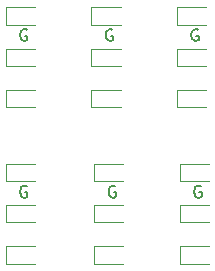
<source format=gbr>
%TF.GenerationSoftware,KiCad,Pcbnew,9.0.0*%
%TF.CreationDate,2025-03-29T16:04:54-07:00*%
%TF.ProjectId,SignalHead3,5369676e-616c-4486-9561-64332e6b6963,n/c*%
%TF.SameCoordinates,Original*%
%TF.FileFunction,Legend,Top*%
%TF.FilePolarity,Positive*%
%FSLAX46Y46*%
G04 Gerber Fmt 4.6, Leading zero omitted, Abs format (unit mm)*
G04 Created by KiCad (PCBNEW 9.0.0) date 2025-03-29 16:04:54*
%MOMM*%
%LPD*%
G01*
G04 APERTURE LIST*
%ADD10C,0.150000*%
%ADD11C,0.120000*%
G04 APERTURE END LIST*
D10*
X144860588Y-124417438D02*
X144765350Y-124369819D01*
X144765350Y-124369819D02*
X144622493Y-124369819D01*
X144622493Y-124369819D02*
X144479636Y-124417438D01*
X144479636Y-124417438D02*
X144384398Y-124512676D01*
X144384398Y-124512676D02*
X144336779Y-124607914D01*
X144336779Y-124607914D02*
X144289160Y-124798390D01*
X144289160Y-124798390D02*
X144289160Y-124941247D01*
X144289160Y-124941247D02*
X144336779Y-125131723D01*
X144336779Y-125131723D02*
X144384398Y-125226961D01*
X144384398Y-125226961D02*
X144479636Y-125322200D01*
X144479636Y-125322200D02*
X144622493Y-125369819D01*
X144622493Y-125369819D02*
X144717731Y-125369819D01*
X144717731Y-125369819D02*
X144860588Y-125322200D01*
X144860588Y-125322200D02*
X144908207Y-125274580D01*
X144908207Y-125274580D02*
X144908207Y-124941247D01*
X144908207Y-124941247D02*
X144717731Y-124941247D01*
X137610588Y-124417438D02*
X137515350Y-124369819D01*
X137515350Y-124369819D02*
X137372493Y-124369819D01*
X137372493Y-124369819D02*
X137229636Y-124417438D01*
X137229636Y-124417438D02*
X137134398Y-124512676D01*
X137134398Y-124512676D02*
X137086779Y-124607914D01*
X137086779Y-124607914D02*
X137039160Y-124798390D01*
X137039160Y-124798390D02*
X137039160Y-124941247D01*
X137039160Y-124941247D02*
X137086779Y-125131723D01*
X137086779Y-125131723D02*
X137134398Y-125226961D01*
X137134398Y-125226961D02*
X137229636Y-125322200D01*
X137229636Y-125322200D02*
X137372493Y-125369819D01*
X137372493Y-125369819D02*
X137467731Y-125369819D01*
X137467731Y-125369819D02*
X137610588Y-125322200D01*
X137610588Y-125322200D02*
X137658207Y-125274580D01*
X137658207Y-125274580D02*
X137658207Y-124941247D01*
X137658207Y-124941247D02*
X137467731Y-124941247D01*
X130110588Y-124417438D02*
X130015350Y-124369819D01*
X130015350Y-124369819D02*
X129872493Y-124369819D01*
X129872493Y-124369819D02*
X129729636Y-124417438D01*
X129729636Y-124417438D02*
X129634398Y-124512676D01*
X129634398Y-124512676D02*
X129586779Y-124607914D01*
X129586779Y-124607914D02*
X129539160Y-124798390D01*
X129539160Y-124798390D02*
X129539160Y-124941247D01*
X129539160Y-124941247D02*
X129586779Y-125131723D01*
X129586779Y-125131723D02*
X129634398Y-125226961D01*
X129634398Y-125226961D02*
X129729636Y-125322200D01*
X129729636Y-125322200D02*
X129872493Y-125369819D01*
X129872493Y-125369819D02*
X129967731Y-125369819D01*
X129967731Y-125369819D02*
X130110588Y-125322200D01*
X130110588Y-125322200D02*
X130158207Y-125274580D01*
X130158207Y-125274580D02*
X130158207Y-124941247D01*
X130158207Y-124941247D02*
X129967731Y-124941247D01*
X144610588Y-111167438D02*
X144515350Y-111119819D01*
X144515350Y-111119819D02*
X144372493Y-111119819D01*
X144372493Y-111119819D02*
X144229636Y-111167438D01*
X144229636Y-111167438D02*
X144134398Y-111262676D01*
X144134398Y-111262676D02*
X144086779Y-111357914D01*
X144086779Y-111357914D02*
X144039160Y-111548390D01*
X144039160Y-111548390D02*
X144039160Y-111691247D01*
X144039160Y-111691247D02*
X144086779Y-111881723D01*
X144086779Y-111881723D02*
X144134398Y-111976961D01*
X144134398Y-111976961D02*
X144229636Y-112072200D01*
X144229636Y-112072200D02*
X144372493Y-112119819D01*
X144372493Y-112119819D02*
X144467731Y-112119819D01*
X144467731Y-112119819D02*
X144610588Y-112072200D01*
X144610588Y-112072200D02*
X144658207Y-112024580D01*
X144658207Y-112024580D02*
X144658207Y-111691247D01*
X144658207Y-111691247D02*
X144467731Y-111691247D01*
X137360588Y-111167438D02*
X137265350Y-111119819D01*
X137265350Y-111119819D02*
X137122493Y-111119819D01*
X137122493Y-111119819D02*
X136979636Y-111167438D01*
X136979636Y-111167438D02*
X136884398Y-111262676D01*
X136884398Y-111262676D02*
X136836779Y-111357914D01*
X136836779Y-111357914D02*
X136789160Y-111548390D01*
X136789160Y-111548390D02*
X136789160Y-111691247D01*
X136789160Y-111691247D02*
X136836779Y-111881723D01*
X136836779Y-111881723D02*
X136884398Y-111976961D01*
X136884398Y-111976961D02*
X136979636Y-112072200D01*
X136979636Y-112072200D02*
X137122493Y-112119819D01*
X137122493Y-112119819D02*
X137217731Y-112119819D01*
X137217731Y-112119819D02*
X137360588Y-112072200D01*
X137360588Y-112072200D02*
X137408207Y-112024580D01*
X137408207Y-112024580D02*
X137408207Y-111691247D01*
X137408207Y-111691247D02*
X137217731Y-111691247D01*
X130110588Y-111167438D02*
X130015350Y-111119819D01*
X130015350Y-111119819D02*
X129872493Y-111119819D01*
X129872493Y-111119819D02*
X129729636Y-111167438D01*
X129729636Y-111167438D02*
X129634398Y-111262676D01*
X129634398Y-111262676D02*
X129586779Y-111357914D01*
X129586779Y-111357914D02*
X129539160Y-111548390D01*
X129539160Y-111548390D02*
X129539160Y-111691247D01*
X129539160Y-111691247D02*
X129586779Y-111881723D01*
X129586779Y-111881723D02*
X129634398Y-111976961D01*
X129634398Y-111976961D02*
X129729636Y-112072200D01*
X129729636Y-112072200D02*
X129872493Y-112119819D01*
X129872493Y-112119819D02*
X129967731Y-112119819D01*
X129967731Y-112119819D02*
X130110588Y-112072200D01*
X130110588Y-112072200D02*
X130158207Y-112024580D01*
X130158207Y-112024580D02*
X130158207Y-111691247D01*
X130158207Y-111691247D02*
X129967731Y-111691247D01*
D11*
%TO.C,D2*%
X143090000Y-126015000D02*
X143090000Y-127485000D01*
X143090000Y-127485000D02*
X145550000Y-127485000D01*
X145550000Y-126015000D02*
X143090000Y-126015000D01*
%TO.C,D3*%
X143090000Y-129515000D02*
X143090000Y-130985000D01*
X143090000Y-130985000D02*
X145550000Y-130985000D01*
X145550000Y-129515000D02*
X143090000Y-129515000D01*
%TO.C,D1*%
X143090000Y-122515000D02*
X143090000Y-123985000D01*
X143090000Y-123985000D02*
X145550000Y-123985000D01*
X145550000Y-122515000D02*
X143090000Y-122515000D01*
%TO.C,D2*%
X135840000Y-126015000D02*
X135840000Y-127485000D01*
X135840000Y-127485000D02*
X138300000Y-127485000D01*
X138300000Y-126015000D02*
X135840000Y-126015000D01*
%TO.C,D3*%
X135840000Y-129515000D02*
X135840000Y-130985000D01*
X135840000Y-130985000D02*
X138300000Y-130985000D01*
X138300000Y-129515000D02*
X135840000Y-129515000D01*
%TO.C,D1*%
X135840000Y-122515000D02*
X135840000Y-123985000D01*
X135840000Y-123985000D02*
X138300000Y-123985000D01*
X138300000Y-122515000D02*
X135840000Y-122515000D01*
%TO.C,D2*%
X128340000Y-126015000D02*
X128340000Y-127485000D01*
X128340000Y-127485000D02*
X130800000Y-127485000D01*
X130800000Y-126015000D02*
X128340000Y-126015000D01*
%TO.C,D1*%
X128340000Y-122515000D02*
X128340000Y-123985000D01*
X128340000Y-123985000D02*
X130800000Y-123985000D01*
X130800000Y-122515000D02*
X128340000Y-122515000D01*
%TO.C,D3*%
X128340000Y-129515000D02*
X128340000Y-130985000D01*
X128340000Y-130985000D02*
X130800000Y-130985000D01*
X130800000Y-129515000D02*
X128340000Y-129515000D01*
X142840000Y-116265000D02*
X142840000Y-117735000D01*
X142840000Y-117735000D02*
X145300000Y-117735000D01*
X145300000Y-116265000D02*
X142840000Y-116265000D01*
%TO.C,D1*%
X142840000Y-109265000D02*
X142840000Y-110735000D01*
X142840000Y-110735000D02*
X145300000Y-110735000D01*
X145300000Y-109265000D02*
X142840000Y-109265000D01*
%TO.C,D2*%
X142840000Y-112765000D02*
X142840000Y-114235000D01*
X142840000Y-114235000D02*
X145300000Y-114235000D01*
X145300000Y-112765000D02*
X142840000Y-112765000D01*
%TO.C,D3*%
X135590000Y-116265000D02*
X135590000Y-117735000D01*
X135590000Y-117735000D02*
X138050000Y-117735000D01*
X138050000Y-116265000D02*
X135590000Y-116265000D01*
%TO.C,D1*%
X135590000Y-109265000D02*
X135590000Y-110735000D01*
X135590000Y-110735000D02*
X138050000Y-110735000D01*
X138050000Y-109265000D02*
X135590000Y-109265000D01*
%TO.C,D2*%
X135590000Y-112765000D02*
X135590000Y-114235000D01*
X135590000Y-114235000D02*
X138050000Y-114235000D01*
X138050000Y-112765000D02*
X135590000Y-112765000D01*
X128340000Y-112765000D02*
X128340000Y-114235000D01*
X128340000Y-114235000D02*
X130800000Y-114235000D01*
X130800000Y-112765000D02*
X128340000Y-112765000D01*
%TO.C,D1*%
X128340000Y-109265000D02*
X128340000Y-110735000D01*
X128340000Y-110735000D02*
X130800000Y-110735000D01*
X130800000Y-109265000D02*
X128340000Y-109265000D01*
%TO.C,D3*%
X128340000Y-116265000D02*
X128340000Y-117735000D01*
X128340000Y-117735000D02*
X130800000Y-117735000D01*
X130800000Y-116265000D02*
X128340000Y-116265000D01*
%TD*%
M02*

</source>
